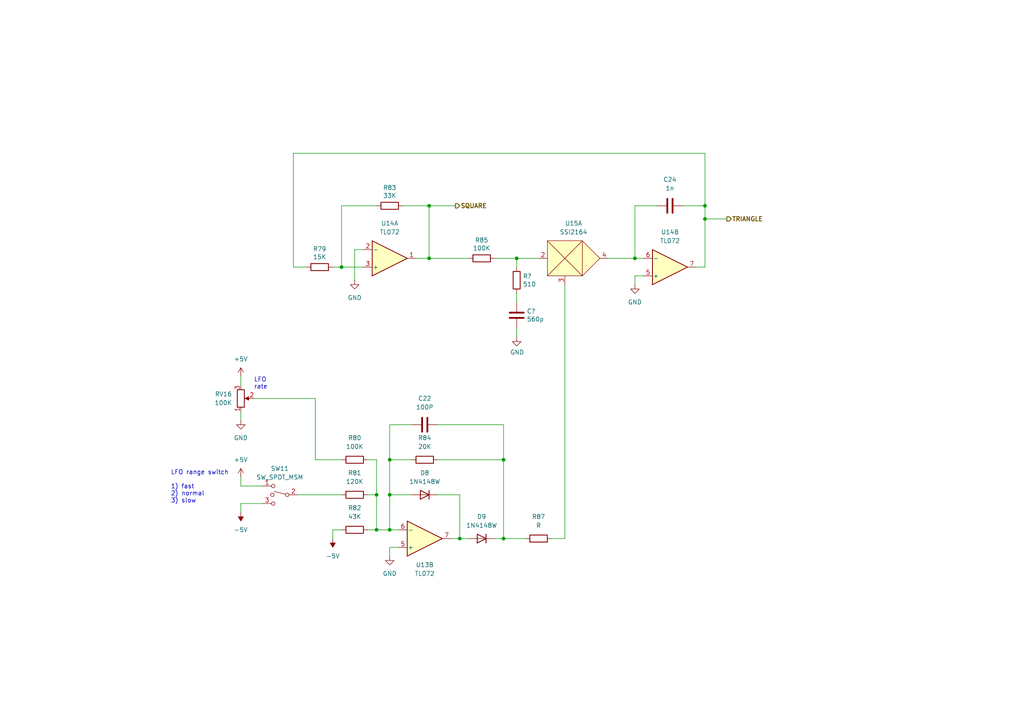
<source format=kicad_sch>
(kicad_sch (version 20230121) (generator eeschema)
  (paper "A4")
  (title_block (title "J.P. Fundrums") (date "2023-02-02") (rev "0") (comment 1 "creativecommons.org/licences/by/4.0/") (comment 2 "Licence: CC by 4.0") (comment 3 "Author: Jordan Aceto"))
  (lib_symbols
    (symbol "Amplifier_Operational:TL072" (pin_names (offset 0.127))
      (property "Reference" "U" (at 0 5.08 0))
      (property "Value" "TL072" (at 0 -5.08 0))
      (symbol "TL072_1_1"
        (polyline (pts (xy -5.08 5.08) (xy 5.08 0) (xy -5.08 -5.08) (xy -5.08 5.08)) (stroke (width 0.254)) (fill (type background)))
        (pin output line (at 7.62 0 180) (length 2.54) (name "~") (number "1"))
        (pin input line (at -7.62 -2.54 0) (length 2.54) (name "-") (number "2"))
        (pin input line (at -7.62 2.54 0) (length 2.54) (name "+") (number "3"))
      )
      (symbol "TL072_2_1"
        (polyline (pts (xy -5.08 5.08) (xy 5.08 0) (xy -5.08 -5.08) (xy -5.08 5.08)) (stroke (width 0.254)) (fill (type background)))
        (pin input line (at -7.62 2.54 0) (length 2.54) (name "+") (number "5"))
        (pin input line (at -7.62 -2.54 0) (length 2.54) (name "-") (number "6"))
        (pin output line (at 7.62 0 180) (length 2.54) (name "~") (number "7"))
      )
      (symbol "TL072_3_1"
        (pin power_in line (at -2.54 -7.62 90) (length 3.81) (name "V-") (number "4"))
        (pin power_in line (at -2.54 7.62 270) (length 3.81) (name "V+") (number "8"))
      )
    )
    (symbol "Device:C" (pin_numbers hide) (pin_names (offset 0.254))
      (property "Reference" "C" (at 0.635 2.54 0))
      (property "Value" "C" (at 0.635 -2.54 0))
      (symbol "C_0_1"
        (polyline (pts (xy -2.032 -0.762) (xy 2.032 -0.762)) (stroke (width 0.508)))
        (polyline (pts (xy -2.032 0.762) (xy 2.032 0.762)) (stroke (width 0.508)))
      )
      (symbol "C_1_1"
        (pin passive line (at 0 3.81 270) (length 2.794) (name "~") (number "1"))
        (pin passive line (at 0 -3.81 90) (length 2.794) (name "~") (number "2"))
      )
    )
    (symbol "Device:R" (pin_numbers hide) (pin_names (offset 0))
      (property "Reference" "R" (at 2.032 0 90))
      (property "Value" "R" (at 0 0 90))
      (symbol "R_0_1"
        (rectangle (start -1.016 -2.54) (end 1.016 2.54) (stroke (width 0.254)))
      )
      (symbol "R_1_1"
        (pin passive line (at 0 3.81 270) (length 1.27) (name "~") (number "1"))
        (pin passive line (at 0 -3.81 90) (length 1.27) (name "~") (number "2"))
      )
    )
    (symbol "Device:R_Potentiometer" (pin_names (offset 1.016) hide)
      (property "Reference" "RV" (at -4.445 0 90))
      (property "Value" "R_Potentiometer" (at -2.54 0 90))
      (symbol "R_Potentiometer_0_1"
        (polyline (pts (xy 2.54 0) (xy 1.524 0)))
        (polyline (pts (xy 1.143 0) (xy 2.286 0.508) (xy 2.286 -0.508) (xy 1.143 0)) (fill (type outline)))
        (rectangle (start 1.016 2.54) (end -1.016 -2.54) (stroke (width 0.254)))
      )
      (symbol "R_Potentiometer_1_1"
        (pin passive line (at 0 3.81 270) (length 1.27) (name "1") (number "1"))
        (pin passive line (at 3.81 0 180) (length 1.27) (name "2") (number "2"))
        (pin passive line (at 0 -3.81 90) (length 1.27) (name "3") (number "3"))
      )
    )
    (symbol "Diode:1N4148W" (pin_numbers hide) (pin_names (offset 1.016) hide)
      (property "Reference" "D" (at 0 2.54 0))
      (property "Value" "1N4148W" (at 0 -2.54 0))
      (symbol "1N4148W_0_1"
        (polyline (pts (xy -1.27 1.27) (xy -1.27 -1.27)) (stroke (width 0.254)))
        (polyline (pts (xy 1.27 0) (xy -1.27 0)))
        (polyline (pts (xy 1.27 1.27) (xy 1.27 -1.27) (xy -1.27 0) (xy 1.27 1.27)) (stroke (width 0.254)))
      )
      (symbol "1N4148W_1_1"
        (pin passive line (at -3.81 0 0) (length 2.54) (name "K") (number "1"))
        (pin passive line (at 3.81 0 180) (length 2.54) (name "A") (number "2"))
      )
    )
    (symbol "Switch:SW_SPDT_MSM" (pin_names (offset 0) hide)
      (property "Reference" "SW" (at 0 5.08 0))
      (property "Value" "SW_SPDT_MSM" (at 0 -5.08 0))
      (symbol "SW_SPDT_MSM_0_0"
        (circle (center -2.032 0) (radius 0.508))
        (polyline (pts (xy -1.524 0.127) (xy 1.778 1.016)))
        (circle (center 2.032 -2.54) (radius 0.508))
      )
      (symbol "SW_SPDT_MSM_0_1"
        (circle (center 2.032 2.54) (radius 0.508))
        (circle (center 2.286 0) (radius 0.508))
      )
      (symbol "SW_SPDT_MSM_1_1"
        (pin passive line (at 5.08 2.54 180) (length 2.54) (name "1") (number "1"))
        (pin passive line (at -5.08 0 0) (length 2.54) (name "2") (number "2"))
        (pin passive line (at 5.08 -2.54 180) (length 2.54) (name "3") (number "3"))
      )
    )
    (symbol "custom_symbols:SSI2164" (pin_names (offset 1.016))
      (property "Reference" "U?" (at 2.54 10.16 0))
      (property "Value" "SSI2164" (at 2.54 7.62 0))
      (symbol "SSI2164_1_1"
        (rectangle (start -5.08 5.08) (end 5.08 -5.08) (fill (type background)))
        (polyline (pts (xy 5.08 5.08) (xy -5.08 -5.08)))
        (polyline (pts (xy 5.08 5.08) (xy 10.16 0) (xy 5.08 -5.08) (xy -5.08 5.08)) (fill (type background)))
        (pin input line (at -7.62 0 0) (length 2.54) (name "~") (number "2"))
        (pin input line (at 0 -7.62 90) (length 2.54) (name "~") (number "3"))
        (pin output line (at 12.7 0 180) (length 2.54) (name "~") (number "4"))
      )
      (symbol "SSI2164_2_1"
        (rectangle (start -5.08 5.08) (end 5.08 -5.08) (fill (type background)))
        (polyline (pts (xy 5.08 5.08) (xy -5.08 -5.08)))
        (polyline (pts (xy 5.08 5.08) (xy 10.16 0) (xy 5.08 -5.08) (xy -5.08 5.08)) (fill (type background)))
        (pin output line (at 12.7 0 180) (length 2.54) (name "~") (number "5"))
        (pin input line (at 0 -7.62 90) (length 2.54) (name "~") (number "6"))
        (pin input line (at -7.62 0 0) (length 2.54) (name "~") (number "7"))
      )
      (symbol "SSI2164_3_1"
        (rectangle (start -5.08 5.08) (end 5.08 -5.08) (fill (type background)))
        (polyline (pts (xy 5.08 5.08) (xy -5.08 -5.08)))
        (polyline (pts (xy 5.08 5.08) (xy 10.16 0) (xy 5.08 -5.08) (xy -5.08 5.08)) (fill (type background)))
        (pin input line (at -7.62 0 0) (length 2.54) (name "~") (number "10"))
        (pin input line (at 0 -7.62 90) (length 2.54) (name "~") (number "11"))
        (pin output line (at 12.7 0 180) (length 2.54) (name "~") (number "12"))
      )
      (symbol "SSI2164_4_1"
        (rectangle (start -5.08 5.08) (end 5.08 -5.08) (fill (type background)))
        (polyline (pts (xy 5.08 5.08) (xy -5.08 -5.08)))
        (polyline (pts (xy 5.08 5.08) (xy 10.16 0) (xy 5.08 -5.08) (xy -5.08 5.08)) (fill (type background)))
        (pin output line (at 12.7 0 180) (length 2.54) (name "~") (number "13"))
        (pin input line (at 0 -7.62 90) (length 2.54) (name "~") (number "14"))
        (pin input line (at -7.62 0 0) (length 2.54) (name "~") (number "15"))
      )
      (symbol "SSI2164_5_1"
        (rectangle (start 2.54 6.35) (end -5.08 -11.43) (fill (type background)))
        (pin input line (at 5.08 -10.16 180) (length 2.54) (name "mode") (number "1"))
        (pin power_in line (at 5.08 5.08 180) (length 2.54) (name "V+") (number "16"))
        (pin power_in line (at 5.08 0 180) (length 2.54) (name "gnd") (number "8"))
        (pin power_in line (at 5.08 -5.08 180) (length 2.54) (name "V-") (number "9"))
      )
    )
    (symbol "power:+5V" (power) (pin_names (offset 0))
      (property "Value" "+5V" (at 0 3.556 0))
      (symbol "+5V_0_1"
        (polyline (pts (xy -0.762 1.27) (xy 0 2.54)))
        (polyline (pts (xy 0 0) (xy 0 2.54)))
        (polyline (pts (xy 0 2.54) (xy 0.762 1.27)))
      )
      (symbol "+5V_1_1"
        (pin power_in line (at 0 0 90) (length 0) hide (name "+5V") (number "1"))
      )
    )
    (symbol "power:-5V" (power) (pin_names (offset 0))
      (property "Value" "-5V" (at 0 3.81 0))
      (symbol "-5V_0_0"
        (pin power_in line (at 0 0 90) (length 0) hide (name "-5V") (number "1"))
      )
      (symbol "-5V_0_1"
        (polyline (pts (xy 0 0) (xy 0 1.27) (xy 0.762 1.27) (xy 0 2.54) (xy -0.762 1.27) (xy 0 1.27)) (fill (type outline)))
      )
    )
    (symbol "power:GND" (power) (pin_names (offset 0))
      (property "Value" "GND" (at 0 -3.81 0))
      (symbol "GND_0_1"
        (polyline (pts (xy 0 0) (xy 0 -1.27) (xy 1.27 -1.27) (xy 0 -2.54) (xy -1.27 -1.27) (xy 0 -1.27)))
      )
      (symbol "GND_1_1"
        (pin power_in line (at 0 0 270) (length 0) hide (name "GND") (number "1"))
      )
    )
  )
  (junction (at 204.47 59.69))
  (junction (at 124.46 74.93))
  (junction (at 133.35 156.21))
  (junction (at 149.86 74.93))
  (junction (at 146.05 133.35))
  (junction (at 124.46 59.69))
  (junction (at 113.03 143.51))
  (junction (at 113.03 153.67))
  (junction (at 204.47 63.5))
  (junction (at 99.06 77.47))
  (junction (at 113.03 133.35))
  (junction (at 184.15 74.93))
  (junction (at 109.22 143.51))
  (junction (at 109.22 153.67))
  (junction (at 146.05 156.21))
  (wire (pts (xy 86.36 143.51) (xy 99.06 143.51)))
  (wire (pts (xy 69.85 109.22) (xy 69.85 111.76)))
  (wire (pts (xy 184.15 59.69) (xy 190.5 59.69)))
  (wire (pts (xy 119.38 123.19) (xy 113.03 123.19)))
  (wire (pts (xy 127 123.19) (xy 146.05 123.19)))
  (wire (pts (xy 99.06 77.47) (xy 99.06 59.69)))
  (wire (pts (xy 127 133.35) (xy 146.05 133.35)))
  (wire (pts (xy 149.86 77.47) (xy 149.86 74.93)))
  (wire (pts (xy 149.86 97.79) (xy 149.86 95.25)))
  (wire (pts (xy 96.52 153.67) (xy 99.06 153.67)))
  (wire (pts (xy 204.47 44.45) (xy 204.47 59.69)))
  (wire (pts (xy 85.09 77.47) (xy 85.09 44.45)))
  (wire (pts (xy 109.22 153.67) (xy 109.22 143.51)))
  (wire (pts (xy 113.03 133.35) (xy 119.38 133.35)))
  (wire (pts (xy 146.05 156.21) (xy 146.05 133.35)))
  (wire (pts (xy 109.22 143.51) (xy 109.22 133.35)))
  (wire (pts (xy 184.15 74.93) (xy 184.15 59.69)))
  (wire (pts (xy 99.06 133.35) (xy 91.44 133.35)))
  (wire (pts (xy 149.86 74.93) (xy 156.21 74.93)))
  (wire (pts (xy 106.68 153.67) (xy 109.22 153.67)))
  (wire (pts (xy 105.41 77.47) (xy 99.06 77.47)))
  (wire (pts (xy 184.15 80.01) (xy 186.69 80.01)))
  (wire (pts (xy 99.06 59.69) (xy 109.22 59.69)))
  (wire (pts (xy 113.03 143.51) (xy 113.03 133.35)))
  (wire (pts (xy 109.22 153.67) (xy 113.03 153.67)))
  (wire (pts (xy 133.35 156.21) (xy 133.35 143.51)))
  (wire (pts (xy 124.46 59.69) (xy 116.84 59.69)))
  (wire (pts (xy 186.69 74.93) (xy 184.15 74.93)))
  (wire (pts (xy 143.51 74.93) (xy 149.86 74.93)))
  (wire (pts (xy 124.46 74.93) (xy 135.89 74.93)))
  (wire (pts (xy 184.15 82.55) (xy 184.15 80.01)))
  (wire (pts (xy 113.03 143.51) (xy 119.38 143.51)))
  (wire (pts (xy 96.52 77.47) (xy 99.06 77.47)))
  (wire (pts (xy 91.44 115.57) (xy 73.66 115.57)))
  (wire (pts (xy 120.65 74.93) (xy 124.46 74.93)))
  (wire (pts (xy 146.05 156.21) (xy 152.4 156.21)))
  (wire (pts (xy 113.03 158.75) (xy 115.57 158.75)))
  (wire (pts (xy 133.35 156.21) (xy 135.89 156.21)))
  (wire (pts (xy 201.93 77.47) (xy 204.47 77.47)))
  (wire (pts (xy 115.57 153.67) (xy 113.03 153.67)))
  (wire (pts (xy 69.85 148.59) (xy 69.85 146.05)))
  (wire (pts (xy 109.22 133.35) (xy 106.68 133.35)))
  (wire (pts (xy 146.05 133.35) (xy 146.05 123.19)))
  (wire (pts (xy 102.87 72.39) (xy 105.41 72.39)))
  (wire (pts (xy 133.35 143.51) (xy 127 143.51)))
  (wire (pts (xy 143.51 156.21) (xy 146.05 156.21)))
  (wire (pts (xy 160.02 156.21) (xy 163.83 156.21)))
  (wire (pts (xy 130.81 156.21) (xy 133.35 156.21)))
  (wire (pts (xy 69.85 140.97) (xy 76.2 140.97)))
  (wire (pts (xy 124.46 59.69) (xy 132.08 59.69)))
  (wire (pts (xy 88.9 77.47) (xy 85.09 77.47)))
  (wire (pts (xy 113.03 161.29) (xy 113.03 158.75)))
  (wire (pts (xy 69.85 146.05) (xy 76.2 146.05)))
  (wire (pts (xy 102.87 81.28) (xy 102.87 72.39)))
  (wire (pts (xy 85.09 44.45) (xy 204.47 44.45)))
  (wire (pts (xy 204.47 59.69) (xy 198.12 59.69)))
  (wire (pts (xy 204.47 63.5) (xy 204.47 59.69)))
  (wire (pts (xy 149.86 87.63) (xy 149.86 85.09)))
  (wire (pts (xy 124.46 74.93) (xy 124.46 59.69)))
  (wire (pts (xy 204.47 77.47) (xy 204.47 63.5)))
  (wire (pts (xy 96.52 156.21) (xy 96.52 153.67)))
  (wire (pts (xy 69.85 138.43) (xy 69.85 140.97)))
  (wire (pts (xy 69.85 121.92) (xy 69.85 119.38)))
  (wire (pts (xy 91.44 133.35) (xy 91.44 115.57)))
  (wire (pts (xy 176.53 74.93) (xy 184.15 74.93)))
  (wire (pts (xy 106.68 143.51) (xy 109.22 143.51)))
  (wire (pts (xy 113.03 123.19) (xy 113.03 133.35)))
  (wire (pts (xy 163.83 156.21) (xy 163.83 82.55)))
  (wire (pts (xy 204.47 63.5) (xy 210.82 63.5)))
  (wire (pts (xy 113.03 153.67) (xy 113.03 143.51)))
  (text "LFO range switch\n\n1) fast\n2) normal\n3) slow" (at 49.53 146.05 0) (effects (font (size 1.27 1.27)) (justify left bottom)))
  (text "LFO\nrate" (at 73.66 113.03 0) (effects (font (size 1.27 1.27)) (justify left bottom)))
  (hierarchical_label "TRIANGLE" (shape output) (at 210.82 63.5 0) (effects (font bold)))
  (hierarchical_label "SQUARE" (shape output) (at 132.08 59.69 0) (effects (font bold)))
  (symbol (lib_id "power:GND") (at 184.15 82.55 0) (unit 1)
    (property "Reference" "#PWR0172" (effects hide))
    (property "Value" "GND" (at 184.15 87.63 0))
    (instances (project "fundrums" (path "" (reference "#PWR0172") (unit 1)) (path "" (reference "#PWR0249") (unit 1)) (path "" (reference "#PWR0326") (unit 1)) (path "" (reference "#PWR0403") (unit 1))))
  )
  (symbol (lib_id "Device:R") (at 123.19 133.35 90) (unit 1)
    (property "Reference" "R84" (at 123.19 127 90))
    (property "Value" "20K" (at 123.19 129.54 90))
    (instances (project "fundrums" (path "" (reference "R84") (unit 1)) (path "" (reference "R171") (unit 1)) (path "" (reference "R258") (unit 1)) (path "" (reference "R345") (unit 1))))
  )
  (symbol (lib_id "power:+5V") (at 69.85 109.22 0) (unit 1)
    (property "Reference" "#PWR0165" (effects hide))
    (property "Value" "+5V" (at 69.85 104.14 0))
    (instances (project "fundrums" (path "" (reference "#PWR0165") (unit 1)) (path "" (reference "#PWR0242") (unit 1)) (path "" (reference "#PWR0319") (unit 1)) (path "" (reference "#PWR0396") (unit 1))))
  )
  (symbol (lib_id "power:GND") (at 102.87 81.28 0) (unit 1)
    (property "Reference" "#PWR0170" (effects hide))
    (property "Value" "GND" (at 102.87 86.36 0))
    (instances (project "fundrums" (path "" (reference "#PWR0170") (unit 1)) (path "" (reference "#PWR0247") (unit 1)) (path "" (reference "#PWR0324") (unit 1)) (path "" (reference "#PWR0401") (unit 1))))
  )
  (symbol (lib_id "Device:C") (at 194.31 59.69 90) (unit 1)
    (property "Reference" "C24" (at 194.31 52.07 90))
    (property "Value" "1n" (at 194.31 54.61 90))
    (instances (project "fundrums" (path "" (reference "C24") (unit 1)) (path "" (reference "C48") (unit 1)) (path "" (reference "C72") (unit 1)) (path "" (reference "C96") (unit 1))))
  )
  (symbol (lib_id "power:-5V") (at 96.52 156.21 180) (unit 1)
    (property "Reference" "#PWR0169" (effects hide))
    (property "Value" "-5V" (at 96.52 161.29 0))
    (instances (project "fundrums" (path "" (reference "#PWR0169") (unit 1)) (path "" (reference "#PWR0246") (unit 1)) (path "" (reference "#PWR0323") (unit 1)) (path "" (reference "#PWR0400") (unit 1))))
  )
  (symbol (lib_id "Device:C") (at 123.19 123.19 90) (unit 1)
    (property "Reference" "C22" (at 123.19 115.57 90))
    (property "Value" "100P" (at 123.19 118.11 90))
    (instances (project "fundrums" (path "" (reference "C22") (unit 1)) (path "" (reference "C46") (unit 1)) (path "" (reference "C70") (unit 1)) (path "" (reference "C94") (unit 1))))
  )
  (symbol (lib_id "power:GND") (at 149.86 97.79 0) (unit 1)
    (property "Reference" "#PWR?" (effects hide))
    (property "Value" "GND" (at 149.987 102.1842 0))
    (instances (project "fundrums" (path "" (reference "#PWR?") (unit 1)) (path "" (reference "#PWR?") (unit 1)) (path "" (reference "#PWR?") (unit 1)) (path "" (reference "#PWR?") (unit 1)) (path "" (reference "#PWR054") (unit 1)) (path "" (reference "#PWR055") (unit 1)) (path "" (reference "#PWR056") (unit 1)) (path "" (reference "#PWR057") (unit 1))))
  )
  (symbol (lib_id "power:GND") (at 69.85 121.92 0) (unit 1)
    (property "Reference" "#PWR0166" (effects hide))
    (property "Value" "GND" (at 69.85 127 0))
    (instances (project "fundrums" (path "" (reference "#PWR0166") (unit 1)) (path "" (reference "#PWR0243") (unit 1)) (path "" (reference "#PWR0320") (unit 1)) (path "" (reference "#PWR0397") (unit 1))))
  )
  (symbol (lib_id "Device:C") (at 149.86 91.44 0) (unit 1)
    (property "Reference" "C?" (at 152.781 90.2716 0) (effects (justify left)))
    (property "Value" "560p" (at 152.781 92.583 0) (effects (justify left)))
    (property "Footprint" "Capacitor_SMD:C_0805_2012Metric" (effects hide))
    (instances (project "fundrums" (path "" (reference "C?") (unit 1)) (path "" (reference "C?") (unit 1)) (path "" (reference "C?") (unit 1)) (path "" (reference "C?") (unit 1)) (path "" (reference "C47") (unit 1)) (path "" (reference "C23") (unit 1)) (path "" (reference "C71") (unit 1)) (path "" (reference "C95") (unit 1))))
  )
  (symbol (lib_id "Amplifier_Operational:TL072") (at 123.19 156.21 0) (mirror x) (unit 2)
    (property "Reference" "U13" (at 123.19 163.83 0))
    (property "Value" "TL072" (at 123.19 166.37 0))
    (property "Datasheet" "http://www.ti.com/lit/ds/symlink/tl071.pdf" (effects hide))
    (instances (project "fundrums" (path "" (reference "U13") (unit 2)) (path "" (reference "U27") (unit 1)) (path "" (reference "U39") (unit 2)) (path "" (reference "U51") (unit 2))))
  )
  (symbol (lib_id "Device:R") (at 102.87 133.35 90) (unit 1)
    (property "Reference" "R80" (at 102.87 127 90))
    (property "Value" "100K" (at 102.87 129.54 90))
    (instances (project "fundrums" (path "" (reference "R80") (unit 1)) (path "" (reference "R167") (unit 1)) (path "" (reference "R254") (unit 1)) (path "" (reference "R341") (unit 1))))
  )
  (symbol (lib_id "Device:R") (at 102.87 153.67 90) (unit 1)
    (property "Reference" "R82" (at 102.87 147.32 90))
    (property "Value" "43K" (at 102.87 149.86 90))
    (instances (project "fundrums" (path "" (reference "R82") (unit 1)) (path "" (reference "R169") (unit 1)) (path "" (reference "R256") (unit 1)) (path "" (reference "R343") (unit 1))))
  )
  (symbol (lib_id "Diode:1N4148W") (at 139.7 156.21 180) (unit 1)
    (property "Reference" "D9" (at 139.7 149.86 0))
    (property "Value" "1N4148W" (at 139.7 152.4 0))
    (property "Footprint" "Diode_SMD:D_SOD-123" (effects hide))
    (property "Datasheet" "https://www.vishay.com/docs/85748/1n4148w.pdf" (effects hide))
    (instances (project "fundrums" (path "" (reference "D9") (unit 1)) (path "" (reference "D18") (unit 1)) (path "" (reference "D27") (unit 1)) (path "" (reference "D36") (unit 1))))
  )
  (symbol (lib_id "power:-5V") (at 69.85 148.59 180) (unit 1)
    (property "Reference" "#PWR0168" (effects hide))
    (property "Value" "-5V" (at 69.85 153.67 0))
    (instances (project "fundrums" (path "" (reference "#PWR0168") (unit 1)) (path "" (reference "#PWR0245") (unit 1)) (path "" (reference "#PWR0322") (unit 1)) (path "" (reference "#PWR0399") (unit 1))))
  )
  (symbol (lib_id "Device:R_Potentiometer") (at 69.85 115.57 0) (mirror x) (unit 1)
    (property "Reference" "RV16" (at 67.31 114.2999 0) (effects (justify right)))
    (property "Value" "100K" (at 67.31 116.8399 0) (effects (justify right)))
    (instances (project "fundrums" (path "" (reference "RV16") (unit 1)) (path "" (reference "RV28") (unit 1)) (path "" (reference "RV40") (unit 1)) (path "" (reference "RV52") (unit 1))))
  )
  (symbol (lib_id "Switch:SW_SPDT_MSM") (at 81.28 143.51 0) (mirror y) (unit 1)
    (property "Reference" "SW11" (at 81.153 135.89 0))
    (property "Value" "SW_SPDT_MSM" (at 81.153 138.43 0))
    (instances (project "fundrums" (path "" (reference "SW11") (unit 1)) (path "" (reference "SW18") (unit 1)) (path "" (reference "SW25") (unit 1)) (path "" (reference "SW32") (unit 1))))
  )
  (symbol (lib_id "Device:R") (at 139.7 74.93 270) (unit 1)
    (property "Reference" "R85" (at 139.7 69.6722 90))
    (property "Value" "100K" (at 139.7 71.9836 90))
    (property "Footprint" "Resistor_SMD:R_0805_2012Metric" (effects hide))
    (instances (project "fundrums" (path "" (reference "R85") (unit 1)) (path "" (reference "R172") (unit 1)) (path "" (reference "R259") (unit 1)) (path "" (reference "R346") (unit 1))))
  )
  (symbol (lib_id "custom_symbols:SSI2164") (at 163.83 74.93 0) (unit 1)
    (property "Reference" "U15" (at 166.37 64.77 0))
    (property "Value" "SSI2164" (at 166.37 67.31 0))
    (property "Footprint" "Package_SO:SO-16_3.9x9.9mm_P1.27mm" (effects hide))
    (instances (project "fundrums" (path "" (reference "U15") (unit 1)) (path "" (reference "U15") (unit 2)) (path "" (reference "U15") (unit 3)) (path "" (reference "U15") (unit 4))))
  )
  (symbol (lib_id "Device:R") (at 113.03 59.69 270) (unit 1)
    (property "Reference" "R83" (at 113.03 54.4322 90))
    (property "Value" "33K" (at 113.03 56.7436 90))
    (property "Footprint" "Resistor_SMD:R_0805_2012Metric" (effects hide))
    (instances (project "fundrums" (path "" (reference "R83") (unit 1)) (path "" (reference "R170") (unit 1)) (path "" (reference "R257") (unit 1)) (path "" (reference "R344") (unit 1))))
  )
  (symbol (lib_id "Amplifier_Operational:TL072") (at 113.03 74.93 0) (mirror x) (unit 1)
    (property "Reference" "U14" (at 113.03 64.77 0))
    (property "Value" "TL072" (at 113.03 67.31 0))
    (property "Datasheet" "http://www.ti.com/lit/ds/symlink/tl071.pdf" (effects hide))
    (instances (project "fundrums" (path "" (reference "U14") (unit 1)) (path "" (reference "U26") (unit 2)) (path "" (reference "U40") (unit 1)) (path "" (reference "U52") (unit 1))))
  )
  (symbol (lib_id "Diode:1N4148W") (at 123.19 143.51 180) (unit 1)
    (property "Reference" "D8" (at 123.19 137.16 0))
    (property "Value" "1N4148W" (at 123.19 139.7 0))
    (property "Footprint" "Diode_SMD:D_SOD-123" (effects hide))
    (property "Datasheet" "https://www.vishay.com/docs/85748/1n4148w.pdf" (effects hide))
    (instances (project "fundrums" (path "" (reference "D8") (unit 1)) (path "" (reference "D17") (unit 1)) (path "" (reference "D26") (unit 1)) (path "" (reference "D35") (unit 1))))
  )
  (symbol (lib_id "Amplifier_Operational:TL072") (at 194.31 77.47 0) (mirror x) (unit 2)
    (property "Reference" "U14" (at 194.31 67.31 0))
    (property "Value" "TL072" (at 194.31 69.85 0))
    (property "Datasheet" "http://www.ti.com/lit/ds/symlink/tl071.pdf" (effects hide))
    (instances (project "fundrums" (path "" (reference "U14") (unit 2)) (path "" (reference "U27") (unit 2)) (path "" (reference "U40") (unit 2)) (path "" (reference "U52") (unit 2))))
  )
  (symbol (lib_id "power:GND") (at 113.03 161.29 0) (unit 1)
    (property "Reference" "#PWR0171" (effects hide))
    (property "Value" "GND" (at 113.03 166.37 0))
    (instances (project "fundrums" (path "" (reference "#PWR0171") (unit 1)) (path "" (reference "#PWR0248") (unit 1)) (path "" (reference "#PWR0325") (unit 1)) (path "" (reference "#PWR0402") (unit 1))))
  )
  (symbol (lib_id "Device:R") (at 156.21 156.21 90) (unit 1)
    (property "Reference" "R87" (at 156.21 149.86 90))
    (property "Value" "R" (at 156.21 152.4 90))
    (instances (project "fundrums" (path "" (reference "R87") (unit 1)) (path "" (reference "R174") (unit 1)) (path "" (reference "R261") (unit 1)) (path "" (reference "R348") (unit 1))))
  )
  (symbol (lib_id "Device:R") (at 92.71 77.47 270) (unit 1)
    (property "Reference" "R79" (at 92.71 72.2122 90))
    (property "Value" "15K" (at 92.71 74.5236 90))
    (property "Footprint" "Resistor_SMD:R_0805_2012Metric" (effects hide))
    (instances (project "fundrums" (path "" (reference "R79") (unit 1)) (path "" (reference "R166") (unit 1)) (path "" (reference "R253") (unit 1)) (path "" (reference "R340") (unit 1))))
  )
  (symbol (lib_id "Device:R") (at 102.87 143.51 90) (unit 1)
    (property "Reference" "R81" (at 102.87 137.16 90))
    (property "Value" "120K" (at 102.87 139.7 90))
    (instances (project "fundrums" (path "" (reference "R81") (unit 1)) (path "" (reference "R168") (unit 1)) (path "" (reference "R255") (unit 1)) (path "" (reference "R342") (unit 1))))
  )
  (symbol (lib_id "power:+5V") (at 69.85 138.43 0) (unit 1)
    (property "Reference" "#PWR0167" (effects hide))
    (property "Value" "+5V" (at 69.85 133.35 0))
    (instances (project "fundrums" (path "" (reference "#PWR0167") (unit 1)) (path "" (reference "#PWR0244") (unit 1)) (path "" (reference "#PWR0321") (unit 1)) (path "" (reference "#PWR0398") (unit 1))))
  )
  (symbol (lib_id "Device:R") (at 149.86 81.28 0) (unit 1)
    (property "Reference" "R?" (at 151.638 80.1116 0) (effects (justify left)))
    (property "Value" "510" (at 151.638 82.423 0) (effects (justify left)))
    (property "Footprint" "Resistor_SMD:R_0805_2012Metric" (effects hide))
    (instances (project "fundrums" (path "" (reference "R?") (unit 1)) (path "" (reference "R?") (unit 1)) (path "" (reference "R?") (unit 1)) (path "" (reference "R?") (unit 1)) (path "" (reference "R173") (unit 1)) (path "" (reference "R86") (unit 1)) (path "" (reference "R260") (unit 1)) (path "" (reference "R347") (unit 1))))
  )
)
</source>
